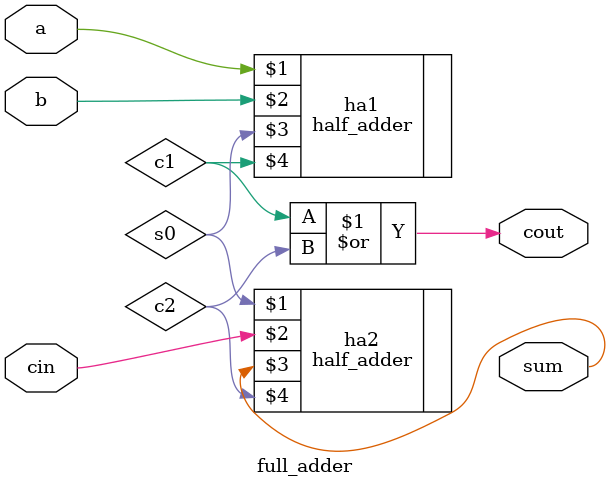
<source format=v>
module full_adder(a,b,cin,sum,cout);
input a,b,cin;
output sum,cout;
wire s0,c1,c2;
half_adder ha1 (a,b,s0,c1);
half_adder ha2 (s0,cin,sum,c2);
or(cout,c1,c2);
endmodule
</source>
